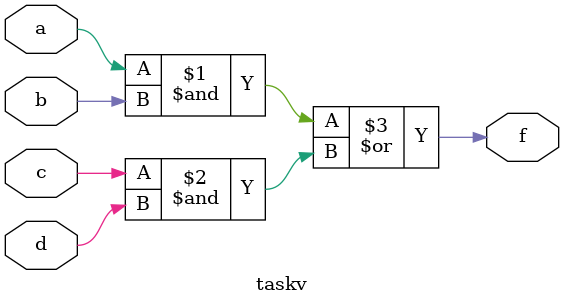
<source format=v>
`timescale 1ns / 1ps
module taskv(
    input a,
    input b,
    input c,
    input d,
    output f
    );

assign f=(a&b)|(c&d);
endmodule

</source>
